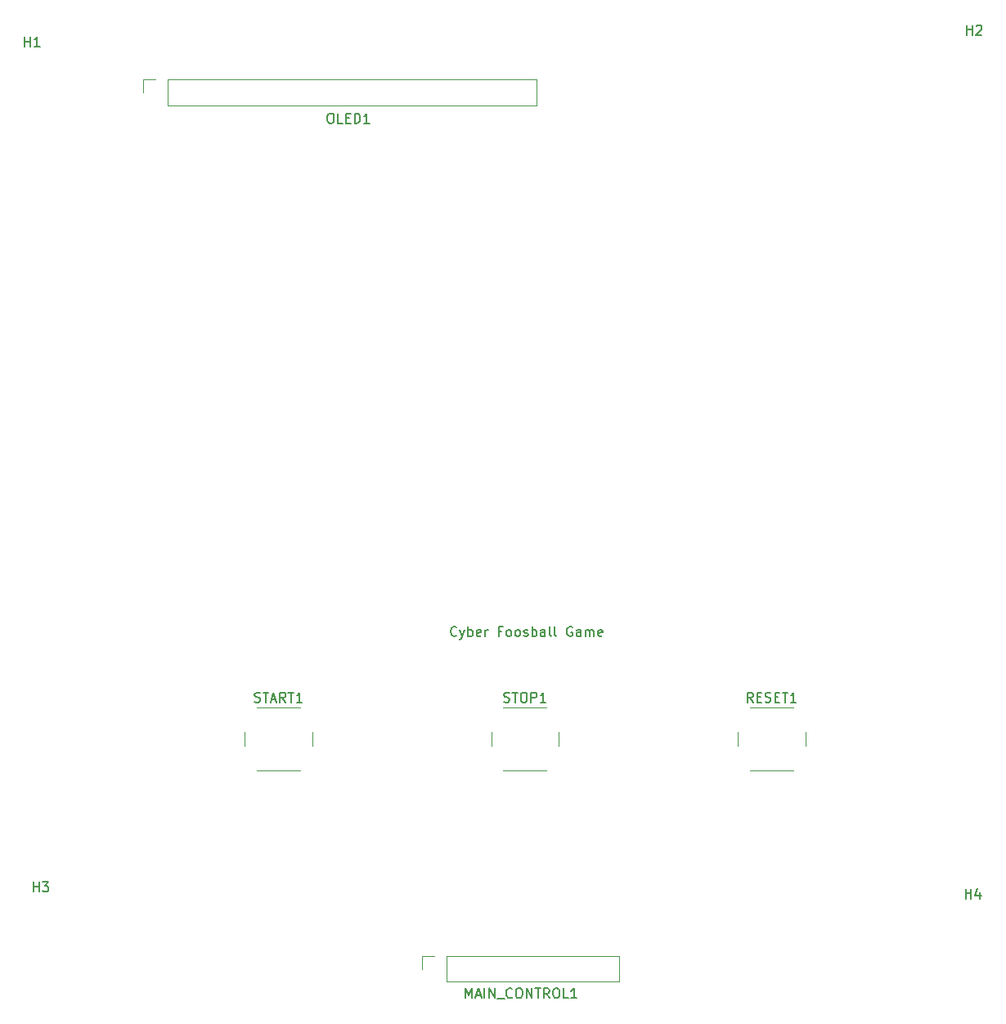
<source format=gbr>
%TF.GenerationSoftware,KiCad,Pcbnew,7.0.10*%
%TF.CreationDate,2024-03-06T15:30:26-05:00*%
%TF.ProjectId,User_Interface,55736572-5f49-46e7-9465-72666163652e,rev?*%
%TF.SameCoordinates,Original*%
%TF.FileFunction,Legend,Top*%
%TF.FilePolarity,Positive*%
%FSLAX46Y46*%
G04 Gerber Fmt 4.6, Leading zero omitted, Abs format (unit mm)*
G04 Created by KiCad (PCBNEW 7.0.10) date 2024-03-06 15:30:26*
%MOMM*%
%LPD*%
G01*
G04 APERTURE LIST*
%ADD10C,0.150000*%
%ADD11C,0.120000*%
G04 APERTURE END LIST*
D10*
X138958207Y-109806382D02*
X138910588Y-109854002D01*
X138910588Y-109854002D02*
X138767731Y-109901621D01*
X138767731Y-109901621D02*
X138672493Y-109901621D01*
X138672493Y-109901621D02*
X138529636Y-109854002D01*
X138529636Y-109854002D02*
X138434398Y-109758763D01*
X138434398Y-109758763D02*
X138386779Y-109663525D01*
X138386779Y-109663525D02*
X138339160Y-109473049D01*
X138339160Y-109473049D02*
X138339160Y-109330192D01*
X138339160Y-109330192D02*
X138386779Y-109139716D01*
X138386779Y-109139716D02*
X138434398Y-109044478D01*
X138434398Y-109044478D02*
X138529636Y-108949240D01*
X138529636Y-108949240D02*
X138672493Y-108901621D01*
X138672493Y-108901621D02*
X138767731Y-108901621D01*
X138767731Y-108901621D02*
X138910588Y-108949240D01*
X138910588Y-108949240D02*
X138958207Y-108996859D01*
X139291541Y-109234954D02*
X139529636Y-109901621D01*
X139767731Y-109234954D02*
X139529636Y-109901621D01*
X139529636Y-109901621D02*
X139434398Y-110139716D01*
X139434398Y-110139716D02*
X139386779Y-110187335D01*
X139386779Y-110187335D02*
X139291541Y-110234954D01*
X140148684Y-109901621D02*
X140148684Y-108901621D01*
X140148684Y-109282573D02*
X140243922Y-109234954D01*
X140243922Y-109234954D02*
X140434398Y-109234954D01*
X140434398Y-109234954D02*
X140529636Y-109282573D01*
X140529636Y-109282573D02*
X140577255Y-109330192D01*
X140577255Y-109330192D02*
X140624874Y-109425430D01*
X140624874Y-109425430D02*
X140624874Y-109711144D01*
X140624874Y-109711144D02*
X140577255Y-109806382D01*
X140577255Y-109806382D02*
X140529636Y-109854002D01*
X140529636Y-109854002D02*
X140434398Y-109901621D01*
X140434398Y-109901621D02*
X140243922Y-109901621D01*
X140243922Y-109901621D02*
X140148684Y-109854002D01*
X141434398Y-109854002D02*
X141339160Y-109901621D01*
X141339160Y-109901621D02*
X141148684Y-109901621D01*
X141148684Y-109901621D02*
X141053446Y-109854002D01*
X141053446Y-109854002D02*
X141005827Y-109758763D01*
X141005827Y-109758763D02*
X141005827Y-109377811D01*
X141005827Y-109377811D02*
X141053446Y-109282573D01*
X141053446Y-109282573D02*
X141148684Y-109234954D01*
X141148684Y-109234954D02*
X141339160Y-109234954D01*
X141339160Y-109234954D02*
X141434398Y-109282573D01*
X141434398Y-109282573D02*
X141482017Y-109377811D01*
X141482017Y-109377811D02*
X141482017Y-109473049D01*
X141482017Y-109473049D02*
X141005827Y-109568287D01*
X141910589Y-109901621D02*
X141910589Y-109234954D01*
X141910589Y-109425430D02*
X141958208Y-109330192D01*
X141958208Y-109330192D02*
X142005827Y-109282573D01*
X142005827Y-109282573D02*
X142101065Y-109234954D01*
X142101065Y-109234954D02*
X142196303Y-109234954D01*
X143624875Y-109377811D02*
X143291542Y-109377811D01*
X143291542Y-109901621D02*
X143291542Y-108901621D01*
X143291542Y-108901621D02*
X143767732Y-108901621D01*
X144291542Y-109901621D02*
X144196304Y-109854002D01*
X144196304Y-109854002D02*
X144148685Y-109806382D01*
X144148685Y-109806382D02*
X144101066Y-109711144D01*
X144101066Y-109711144D02*
X144101066Y-109425430D01*
X144101066Y-109425430D02*
X144148685Y-109330192D01*
X144148685Y-109330192D02*
X144196304Y-109282573D01*
X144196304Y-109282573D02*
X144291542Y-109234954D01*
X144291542Y-109234954D02*
X144434399Y-109234954D01*
X144434399Y-109234954D02*
X144529637Y-109282573D01*
X144529637Y-109282573D02*
X144577256Y-109330192D01*
X144577256Y-109330192D02*
X144624875Y-109425430D01*
X144624875Y-109425430D02*
X144624875Y-109711144D01*
X144624875Y-109711144D02*
X144577256Y-109806382D01*
X144577256Y-109806382D02*
X144529637Y-109854002D01*
X144529637Y-109854002D02*
X144434399Y-109901621D01*
X144434399Y-109901621D02*
X144291542Y-109901621D01*
X145196304Y-109901621D02*
X145101066Y-109854002D01*
X145101066Y-109854002D02*
X145053447Y-109806382D01*
X145053447Y-109806382D02*
X145005828Y-109711144D01*
X145005828Y-109711144D02*
X145005828Y-109425430D01*
X145005828Y-109425430D02*
X145053447Y-109330192D01*
X145053447Y-109330192D02*
X145101066Y-109282573D01*
X145101066Y-109282573D02*
X145196304Y-109234954D01*
X145196304Y-109234954D02*
X145339161Y-109234954D01*
X145339161Y-109234954D02*
X145434399Y-109282573D01*
X145434399Y-109282573D02*
X145482018Y-109330192D01*
X145482018Y-109330192D02*
X145529637Y-109425430D01*
X145529637Y-109425430D02*
X145529637Y-109711144D01*
X145529637Y-109711144D02*
X145482018Y-109806382D01*
X145482018Y-109806382D02*
X145434399Y-109854002D01*
X145434399Y-109854002D02*
X145339161Y-109901621D01*
X145339161Y-109901621D02*
X145196304Y-109901621D01*
X145910590Y-109854002D02*
X146005828Y-109901621D01*
X146005828Y-109901621D02*
X146196304Y-109901621D01*
X146196304Y-109901621D02*
X146291542Y-109854002D01*
X146291542Y-109854002D02*
X146339161Y-109758763D01*
X146339161Y-109758763D02*
X146339161Y-109711144D01*
X146339161Y-109711144D02*
X146291542Y-109615906D01*
X146291542Y-109615906D02*
X146196304Y-109568287D01*
X146196304Y-109568287D02*
X146053447Y-109568287D01*
X146053447Y-109568287D02*
X145958209Y-109520668D01*
X145958209Y-109520668D02*
X145910590Y-109425430D01*
X145910590Y-109425430D02*
X145910590Y-109377811D01*
X145910590Y-109377811D02*
X145958209Y-109282573D01*
X145958209Y-109282573D02*
X146053447Y-109234954D01*
X146053447Y-109234954D02*
X146196304Y-109234954D01*
X146196304Y-109234954D02*
X146291542Y-109282573D01*
X146767733Y-109901621D02*
X146767733Y-108901621D01*
X146767733Y-109282573D02*
X146862971Y-109234954D01*
X146862971Y-109234954D02*
X147053447Y-109234954D01*
X147053447Y-109234954D02*
X147148685Y-109282573D01*
X147148685Y-109282573D02*
X147196304Y-109330192D01*
X147196304Y-109330192D02*
X147243923Y-109425430D01*
X147243923Y-109425430D02*
X147243923Y-109711144D01*
X147243923Y-109711144D02*
X147196304Y-109806382D01*
X147196304Y-109806382D02*
X147148685Y-109854002D01*
X147148685Y-109854002D02*
X147053447Y-109901621D01*
X147053447Y-109901621D02*
X146862971Y-109901621D01*
X146862971Y-109901621D02*
X146767733Y-109854002D01*
X148101066Y-109901621D02*
X148101066Y-109377811D01*
X148101066Y-109377811D02*
X148053447Y-109282573D01*
X148053447Y-109282573D02*
X147958209Y-109234954D01*
X147958209Y-109234954D02*
X147767733Y-109234954D01*
X147767733Y-109234954D02*
X147672495Y-109282573D01*
X148101066Y-109854002D02*
X148005828Y-109901621D01*
X148005828Y-109901621D02*
X147767733Y-109901621D01*
X147767733Y-109901621D02*
X147672495Y-109854002D01*
X147672495Y-109854002D02*
X147624876Y-109758763D01*
X147624876Y-109758763D02*
X147624876Y-109663525D01*
X147624876Y-109663525D02*
X147672495Y-109568287D01*
X147672495Y-109568287D02*
X147767733Y-109520668D01*
X147767733Y-109520668D02*
X148005828Y-109520668D01*
X148005828Y-109520668D02*
X148101066Y-109473049D01*
X148720114Y-109901621D02*
X148624876Y-109854002D01*
X148624876Y-109854002D02*
X148577257Y-109758763D01*
X148577257Y-109758763D02*
X148577257Y-108901621D01*
X149243924Y-109901621D02*
X149148686Y-109854002D01*
X149148686Y-109854002D02*
X149101067Y-109758763D01*
X149101067Y-109758763D02*
X149101067Y-108901621D01*
X150910591Y-108949240D02*
X150815353Y-108901621D01*
X150815353Y-108901621D02*
X150672496Y-108901621D01*
X150672496Y-108901621D02*
X150529639Y-108949240D01*
X150529639Y-108949240D02*
X150434401Y-109044478D01*
X150434401Y-109044478D02*
X150386782Y-109139716D01*
X150386782Y-109139716D02*
X150339163Y-109330192D01*
X150339163Y-109330192D02*
X150339163Y-109473049D01*
X150339163Y-109473049D02*
X150386782Y-109663525D01*
X150386782Y-109663525D02*
X150434401Y-109758763D01*
X150434401Y-109758763D02*
X150529639Y-109854002D01*
X150529639Y-109854002D02*
X150672496Y-109901621D01*
X150672496Y-109901621D02*
X150767734Y-109901621D01*
X150767734Y-109901621D02*
X150910591Y-109854002D01*
X150910591Y-109854002D02*
X150958210Y-109806382D01*
X150958210Y-109806382D02*
X150958210Y-109473049D01*
X150958210Y-109473049D02*
X150767734Y-109473049D01*
X151815353Y-109901621D02*
X151815353Y-109377811D01*
X151815353Y-109377811D02*
X151767734Y-109282573D01*
X151767734Y-109282573D02*
X151672496Y-109234954D01*
X151672496Y-109234954D02*
X151482020Y-109234954D01*
X151482020Y-109234954D02*
X151386782Y-109282573D01*
X151815353Y-109854002D02*
X151720115Y-109901621D01*
X151720115Y-109901621D02*
X151482020Y-109901621D01*
X151482020Y-109901621D02*
X151386782Y-109854002D01*
X151386782Y-109854002D02*
X151339163Y-109758763D01*
X151339163Y-109758763D02*
X151339163Y-109663525D01*
X151339163Y-109663525D02*
X151386782Y-109568287D01*
X151386782Y-109568287D02*
X151482020Y-109520668D01*
X151482020Y-109520668D02*
X151720115Y-109520668D01*
X151720115Y-109520668D02*
X151815353Y-109473049D01*
X152291544Y-109901621D02*
X152291544Y-109234954D01*
X152291544Y-109330192D02*
X152339163Y-109282573D01*
X152339163Y-109282573D02*
X152434401Y-109234954D01*
X152434401Y-109234954D02*
X152577258Y-109234954D01*
X152577258Y-109234954D02*
X152672496Y-109282573D01*
X152672496Y-109282573D02*
X152720115Y-109377811D01*
X152720115Y-109377811D02*
X152720115Y-109901621D01*
X152720115Y-109377811D02*
X152767734Y-109282573D01*
X152767734Y-109282573D02*
X152862972Y-109234954D01*
X152862972Y-109234954D02*
X153005829Y-109234954D01*
X153005829Y-109234954D02*
X153101068Y-109282573D01*
X153101068Y-109282573D02*
X153148687Y-109377811D01*
X153148687Y-109377811D02*
X153148687Y-109901621D01*
X154005829Y-109854002D02*
X153910591Y-109901621D01*
X153910591Y-109901621D02*
X153720115Y-109901621D01*
X153720115Y-109901621D02*
X153624877Y-109854002D01*
X153624877Y-109854002D02*
X153577258Y-109758763D01*
X153577258Y-109758763D02*
X153577258Y-109377811D01*
X153577258Y-109377811D02*
X153624877Y-109282573D01*
X153624877Y-109282573D02*
X153720115Y-109234954D01*
X153720115Y-109234954D02*
X153910591Y-109234954D01*
X153910591Y-109234954D02*
X154005829Y-109282573D01*
X154005829Y-109282573D02*
X154053448Y-109377811D01*
X154053448Y-109377811D02*
X154053448Y-109473049D01*
X154053448Y-109473049D02*
X153577258Y-109568287D01*
X191638095Y-137054819D02*
X191638095Y-136054819D01*
X191638095Y-136531009D02*
X192209523Y-136531009D01*
X192209523Y-137054819D02*
X192209523Y-136054819D01*
X193114285Y-136388152D02*
X193114285Y-137054819D01*
X192876190Y-136007200D02*
X192638095Y-136721485D01*
X192638095Y-136721485D02*
X193257142Y-136721485D01*
X143858333Y-116689002D02*
X144001190Y-116736621D01*
X144001190Y-116736621D02*
X144239285Y-116736621D01*
X144239285Y-116736621D02*
X144334523Y-116689002D01*
X144334523Y-116689002D02*
X144382142Y-116641382D01*
X144382142Y-116641382D02*
X144429761Y-116546144D01*
X144429761Y-116546144D02*
X144429761Y-116450906D01*
X144429761Y-116450906D02*
X144382142Y-116355668D01*
X144382142Y-116355668D02*
X144334523Y-116308049D01*
X144334523Y-116308049D02*
X144239285Y-116260430D01*
X144239285Y-116260430D02*
X144048809Y-116212811D01*
X144048809Y-116212811D02*
X143953571Y-116165192D01*
X143953571Y-116165192D02*
X143905952Y-116117573D01*
X143905952Y-116117573D02*
X143858333Y-116022335D01*
X143858333Y-116022335D02*
X143858333Y-115927097D01*
X143858333Y-115927097D02*
X143905952Y-115831859D01*
X143905952Y-115831859D02*
X143953571Y-115784240D01*
X143953571Y-115784240D02*
X144048809Y-115736621D01*
X144048809Y-115736621D02*
X144286904Y-115736621D01*
X144286904Y-115736621D02*
X144429761Y-115784240D01*
X144715476Y-115736621D02*
X145286904Y-115736621D01*
X145001190Y-116736621D02*
X145001190Y-115736621D01*
X145810714Y-115736621D02*
X146001190Y-115736621D01*
X146001190Y-115736621D02*
X146096428Y-115784240D01*
X146096428Y-115784240D02*
X146191666Y-115879478D01*
X146191666Y-115879478D02*
X146239285Y-116069954D01*
X146239285Y-116069954D02*
X146239285Y-116403287D01*
X146239285Y-116403287D02*
X146191666Y-116593763D01*
X146191666Y-116593763D02*
X146096428Y-116689002D01*
X146096428Y-116689002D02*
X146001190Y-116736621D01*
X146001190Y-116736621D02*
X145810714Y-116736621D01*
X145810714Y-116736621D02*
X145715476Y-116689002D01*
X145715476Y-116689002D02*
X145620238Y-116593763D01*
X145620238Y-116593763D02*
X145572619Y-116403287D01*
X145572619Y-116403287D02*
X145572619Y-116069954D01*
X145572619Y-116069954D02*
X145620238Y-115879478D01*
X145620238Y-115879478D02*
X145715476Y-115784240D01*
X145715476Y-115784240D02*
X145810714Y-115736621D01*
X146667857Y-116736621D02*
X146667857Y-115736621D01*
X146667857Y-115736621D02*
X147048809Y-115736621D01*
X147048809Y-115736621D02*
X147144047Y-115784240D01*
X147144047Y-115784240D02*
X147191666Y-115831859D01*
X147191666Y-115831859D02*
X147239285Y-115927097D01*
X147239285Y-115927097D02*
X147239285Y-116069954D01*
X147239285Y-116069954D02*
X147191666Y-116165192D01*
X147191666Y-116165192D02*
X147144047Y-116212811D01*
X147144047Y-116212811D02*
X147048809Y-116260430D01*
X147048809Y-116260430D02*
X146667857Y-116260430D01*
X148191666Y-116736621D02*
X147620238Y-116736621D01*
X147905952Y-116736621D02*
X147905952Y-115736621D01*
X147905952Y-115736621D02*
X147810714Y-115879478D01*
X147810714Y-115879478D02*
X147715476Y-115974716D01*
X147715476Y-115974716D02*
X147620238Y-116022335D01*
X95138095Y-136354819D02*
X95138095Y-135354819D01*
X95138095Y-135831009D02*
X95709523Y-135831009D01*
X95709523Y-136354819D02*
X95709523Y-135354819D01*
X96090476Y-135354819D02*
X96709523Y-135354819D01*
X96709523Y-135354819D02*
X96376190Y-135735771D01*
X96376190Y-135735771D02*
X96519047Y-135735771D01*
X96519047Y-135735771D02*
X96614285Y-135783390D01*
X96614285Y-135783390D02*
X96661904Y-135831009D01*
X96661904Y-135831009D02*
X96709523Y-135926247D01*
X96709523Y-135926247D02*
X96709523Y-136164342D01*
X96709523Y-136164342D02*
X96661904Y-136259580D01*
X96661904Y-136259580D02*
X96614285Y-136307200D01*
X96614285Y-136307200D02*
X96519047Y-136354819D01*
X96519047Y-136354819D02*
X96233333Y-136354819D01*
X96233333Y-136354819D02*
X96138095Y-136307200D01*
X96138095Y-136307200D02*
X96090476Y-136259580D01*
X125821428Y-55794819D02*
X126011904Y-55794819D01*
X126011904Y-55794819D02*
X126107142Y-55842438D01*
X126107142Y-55842438D02*
X126202380Y-55937676D01*
X126202380Y-55937676D02*
X126249999Y-56128152D01*
X126249999Y-56128152D02*
X126249999Y-56461485D01*
X126249999Y-56461485D02*
X126202380Y-56651961D01*
X126202380Y-56651961D02*
X126107142Y-56747200D01*
X126107142Y-56747200D02*
X126011904Y-56794819D01*
X126011904Y-56794819D02*
X125821428Y-56794819D01*
X125821428Y-56794819D02*
X125726190Y-56747200D01*
X125726190Y-56747200D02*
X125630952Y-56651961D01*
X125630952Y-56651961D02*
X125583333Y-56461485D01*
X125583333Y-56461485D02*
X125583333Y-56128152D01*
X125583333Y-56128152D02*
X125630952Y-55937676D01*
X125630952Y-55937676D02*
X125726190Y-55842438D01*
X125726190Y-55842438D02*
X125821428Y-55794819D01*
X127154761Y-56794819D02*
X126678571Y-56794819D01*
X126678571Y-56794819D02*
X126678571Y-55794819D01*
X127488095Y-56271009D02*
X127821428Y-56271009D01*
X127964285Y-56794819D02*
X127488095Y-56794819D01*
X127488095Y-56794819D02*
X127488095Y-55794819D01*
X127488095Y-55794819D02*
X127964285Y-55794819D01*
X128392857Y-56794819D02*
X128392857Y-55794819D01*
X128392857Y-55794819D02*
X128630952Y-55794819D01*
X128630952Y-55794819D02*
X128773809Y-55842438D01*
X128773809Y-55842438D02*
X128869047Y-55937676D01*
X128869047Y-55937676D02*
X128916666Y-56032914D01*
X128916666Y-56032914D02*
X128964285Y-56223390D01*
X128964285Y-56223390D02*
X128964285Y-56366247D01*
X128964285Y-56366247D02*
X128916666Y-56556723D01*
X128916666Y-56556723D02*
X128869047Y-56651961D01*
X128869047Y-56651961D02*
X128773809Y-56747200D01*
X128773809Y-56747200D02*
X128630952Y-56794819D01*
X128630952Y-56794819D02*
X128392857Y-56794819D01*
X129916666Y-56794819D02*
X129345238Y-56794819D01*
X129630952Y-56794819D02*
X129630952Y-55794819D01*
X129630952Y-55794819D02*
X129535714Y-55937676D01*
X129535714Y-55937676D02*
X129440476Y-56032914D01*
X129440476Y-56032914D02*
X129345238Y-56080533D01*
X139841905Y-147354819D02*
X139841905Y-146354819D01*
X139841905Y-146354819D02*
X140175238Y-147069104D01*
X140175238Y-147069104D02*
X140508571Y-146354819D01*
X140508571Y-146354819D02*
X140508571Y-147354819D01*
X140937143Y-147069104D02*
X141413333Y-147069104D01*
X140841905Y-147354819D02*
X141175238Y-146354819D01*
X141175238Y-146354819D02*
X141508571Y-147354819D01*
X141841905Y-147354819D02*
X141841905Y-146354819D01*
X142318095Y-147354819D02*
X142318095Y-146354819D01*
X142318095Y-146354819D02*
X142889523Y-147354819D01*
X142889523Y-147354819D02*
X142889523Y-146354819D01*
X143127619Y-147450057D02*
X143889523Y-147450057D01*
X144699047Y-147259580D02*
X144651428Y-147307200D01*
X144651428Y-147307200D02*
X144508571Y-147354819D01*
X144508571Y-147354819D02*
X144413333Y-147354819D01*
X144413333Y-147354819D02*
X144270476Y-147307200D01*
X144270476Y-147307200D02*
X144175238Y-147211961D01*
X144175238Y-147211961D02*
X144127619Y-147116723D01*
X144127619Y-147116723D02*
X144080000Y-146926247D01*
X144080000Y-146926247D02*
X144080000Y-146783390D01*
X144080000Y-146783390D02*
X144127619Y-146592914D01*
X144127619Y-146592914D02*
X144175238Y-146497676D01*
X144175238Y-146497676D02*
X144270476Y-146402438D01*
X144270476Y-146402438D02*
X144413333Y-146354819D01*
X144413333Y-146354819D02*
X144508571Y-146354819D01*
X144508571Y-146354819D02*
X144651428Y-146402438D01*
X144651428Y-146402438D02*
X144699047Y-146450057D01*
X145318095Y-146354819D02*
X145508571Y-146354819D01*
X145508571Y-146354819D02*
X145603809Y-146402438D01*
X145603809Y-146402438D02*
X145699047Y-146497676D01*
X145699047Y-146497676D02*
X145746666Y-146688152D01*
X145746666Y-146688152D02*
X145746666Y-147021485D01*
X145746666Y-147021485D02*
X145699047Y-147211961D01*
X145699047Y-147211961D02*
X145603809Y-147307200D01*
X145603809Y-147307200D02*
X145508571Y-147354819D01*
X145508571Y-147354819D02*
X145318095Y-147354819D01*
X145318095Y-147354819D02*
X145222857Y-147307200D01*
X145222857Y-147307200D02*
X145127619Y-147211961D01*
X145127619Y-147211961D02*
X145080000Y-147021485D01*
X145080000Y-147021485D02*
X145080000Y-146688152D01*
X145080000Y-146688152D02*
X145127619Y-146497676D01*
X145127619Y-146497676D02*
X145222857Y-146402438D01*
X145222857Y-146402438D02*
X145318095Y-146354819D01*
X146175238Y-147354819D02*
X146175238Y-146354819D01*
X146175238Y-146354819D02*
X146746666Y-147354819D01*
X146746666Y-147354819D02*
X146746666Y-146354819D01*
X147080000Y-146354819D02*
X147651428Y-146354819D01*
X147365714Y-147354819D02*
X147365714Y-146354819D01*
X148556190Y-147354819D02*
X148222857Y-146878628D01*
X147984762Y-147354819D02*
X147984762Y-146354819D01*
X147984762Y-146354819D02*
X148365714Y-146354819D01*
X148365714Y-146354819D02*
X148460952Y-146402438D01*
X148460952Y-146402438D02*
X148508571Y-146450057D01*
X148508571Y-146450057D02*
X148556190Y-146545295D01*
X148556190Y-146545295D02*
X148556190Y-146688152D01*
X148556190Y-146688152D02*
X148508571Y-146783390D01*
X148508571Y-146783390D02*
X148460952Y-146831009D01*
X148460952Y-146831009D02*
X148365714Y-146878628D01*
X148365714Y-146878628D02*
X147984762Y-146878628D01*
X149175238Y-146354819D02*
X149365714Y-146354819D01*
X149365714Y-146354819D02*
X149460952Y-146402438D01*
X149460952Y-146402438D02*
X149556190Y-146497676D01*
X149556190Y-146497676D02*
X149603809Y-146688152D01*
X149603809Y-146688152D02*
X149603809Y-147021485D01*
X149603809Y-147021485D02*
X149556190Y-147211961D01*
X149556190Y-147211961D02*
X149460952Y-147307200D01*
X149460952Y-147307200D02*
X149365714Y-147354819D01*
X149365714Y-147354819D02*
X149175238Y-147354819D01*
X149175238Y-147354819D02*
X149080000Y-147307200D01*
X149080000Y-147307200D02*
X148984762Y-147211961D01*
X148984762Y-147211961D02*
X148937143Y-147021485D01*
X148937143Y-147021485D02*
X148937143Y-146688152D01*
X148937143Y-146688152D02*
X148984762Y-146497676D01*
X148984762Y-146497676D02*
X149080000Y-146402438D01*
X149080000Y-146402438D02*
X149175238Y-146354819D01*
X150508571Y-147354819D02*
X150032381Y-147354819D01*
X150032381Y-147354819D02*
X150032381Y-146354819D01*
X151365714Y-147354819D02*
X150794286Y-147354819D01*
X151080000Y-147354819D02*
X151080000Y-146354819D01*
X151080000Y-146354819D02*
X150984762Y-146497676D01*
X150984762Y-146497676D02*
X150889524Y-146592914D01*
X150889524Y-146592914D02*
X150794286Y-146640533D01*
X191738095Y-47654819D02*
X191738095Y-46654819D01*
X191738095Y-47131009D02*
X192309523Y-47131009D01*
X192309523Y-47654819D02*
X192309523Y-46654819D01*
X192738095Y-46750057D02*
X192785714Y-46702438D01*
X192785714Y-46702438D02*
X192880952Y-46654819D01*
X192880952Y-46654819D02*
X193119047Y-46654819D01*
X193119047Y-46654819D02*
X193214285Y-46702438D01*
X193214285Y-46702438D02*
X193261904Y-46750057D01*
X193261904Y-46750057D02*
X193309523Y-46845295D01*
X193309523Y-46845295D02*
X193309523Y-46940533D01*
X193309523Y-46940533D02*
X193261904Y-47083390D01*
X193261904Y-47083390D02*
X192690476Y-47654819D01*
X192690476Y-47654819D02*
X193309523Y-47654819D01*
X169621428Y-116736621D02*
X169288095Y-116260430D01*
X169050000Y-116736621D02*
X169050000Y-115736621D01*
X169050000Y-115736621D02*
X169430952Y-115736621D01*
X169430952Y-115736621D02*
X169526190Y-115784240D01*
X169526190Y-115784240D02*
X169573809Y-115831859D01*
X169573809Y-115831859D02*
X169621428Y-115927097D01*
X169621428Y-115927097D02*
X169621428Y-116069954D01*
X169621428Y-116069954D02*
X169573809Y-116165192D01*
X169573809Y-116165192D02*
X169526190Y-116212811D01*
X169526190Y-116212811D02*
X169430952Y-116260430D01*
X169430952Y-116260430D02*
X169050000Y-116260430D01*
X170050000Y-116212811D02*
X170383333Y-116212811D01*
X170526190Y-116736621D02*
X170050000Y-116736621D01*
X170050000Y-116736621D02*
X170050000Y-115736621D01*
X170050000Y-115736621D02*
X170526190Y-115736621D01*
X170907143Y-116689002D02*
X171050000Y-116736621D01*
X171050000Y-116736621D02*
X171288095Y-116736621D01*
X171288095Y-116736621D02*
X171383333Y-116689002D01*
X171383333Y-116689002D02*
X171430952Y-116641382D01*
X171430952Y-116641382D02*
X171478571Y-116546144D01*
X171478571Y-116546144D02*
X171478571Y-116450906D01*
X171478571Y-116450906D02*
X171430952Y-116355668D01*
X171430952Y-116355668D02*
X171383333Y-116308049D01*
X171383333Y-116308049D02*
X171288095Y-116260430D01*
X171288095Y-116260430D02*
X171097619Y-116212811D01*
X171097619Y-116212811D02*
X171002381Y-116165192D01*
X171002381Y-116165192D02*
X170954762Y-116117573D01*
X170954762Y-116117573D02*
X170907143Y-116022335D01*
X170907143Y-116022335D02*
X170907143Y-115927097D01*
X170907143Y-115927097D02*
X170954762Y-115831859D01*
X170954762Y-115831859D02*
X171002381Y-115784240D01*
X171002381Y-115784240D02*
X171097619Y-115736621D01*
X171097619Y-115736621D02*
X171335714Y-115736621D01*
X171335714Y-115736621D02*
X171478571Y-115784240D01*
X171907143Y-116212811D02*
X172240476Y-116212811D01*
X172383333Y-116736621D02*
X171907143Y-116736621D01*
X171907143Y-116736621D02*
X171907143Y-115736621D01*
X171907143Y-115736621D02*
X172383333Y-115736621D01*
X172669048Y-115736621D02*
X173240476Y-115736621D01*
X172954762Y-116736621D02*
X172954762Y-115736621D01*
X174097619Y-116736621D02*
X173526191Y-116736621D01*
X173811905Y-116736621D02*
X173811905Y-115736621D01*
X173811905Y-115736621D02*
X173716667Y-115879478D01*
X173716667Y-115879478D02*
X173621429Y-115974716D01*
X173621429Y-115974716D02*
X173526191Y-116022335D01*
X118047619Y-116689002D02*
X118190476Y-116736621D01*
X118190476Y-116736621D02*
X118428571Y-116736621D01*
X118428571Y-116736621D02*
X118523809Y-116689002D01*
X118523809Y-116689002D02*
X118571428Y-116641382D01*
X118571428Y-116641382D02*
X118619047Y-116546144D01*
X118619047Y-116546144D02*
X118619047Y-116450906D01*
X118619047Y-116450906D02*
X118571428Y-116355668D01*
X118571428Y-116355668D02*
X118523809Y-116308049D01*
X118523809Y-116308049D02*
X118428571Y-116260430D01*
X118428571Y-116260430D02*
X118238095Y-116212811D01*
X118238095Y-116212811D02*
X118142857Y-116165192D01*
X118142857Y-116165192D02*
X118095238Y-116117573D01*
X118095238Y-116117573D02*
X118047619Y-116022335D01*
X118047619Y-116022335D02*
X118047619Y-115927097D01*
X118047619Y-115927097D02*
X118095238Y-115831859D01*
X118095238Y-115831859D02*
X118142857Y-115784240D01*
X118142857Y-115784240D02*
X118238095Y-115736621D01*
X118238095Y-115736621D02*
X118476190Y-115736621D01*
X118476190Y-115736621D02*
X118619047Y-115784240D01*
X118904762Y-115736621D02*
X119476190Y-115736621D01*
X119190476Y-116736621D02*
X119190476Y-115736621D01*
X119761905Y-116450906D02*
X120238095Y-116450906D01*
X119666667Y-116736621D02*
X120000000Y-115736621D01*
X120000000Y-115736621D02*
X120333333Y-116736621D01*
X121238095Y-116736621D02*
X120904762Y-116260430D01*
X120666667Y-116736621D02*
X120666667Y-115736621D01*
X120666667Y-115736621D02*
X121047619Y-115736621D01*
X121047619Y-115736621D02*
X121142857Y-115784240D01*
X121142857Y-115784240D02*
X121190476Y-115831859D01*
X121190476Y-115831859D02*
X121238095Y-115927097D01*
X121238095Y-115927097D02*
X121238095Y-116069954D01*
X121238095Y-116069954D02*
X121190476Y-116165192D01*
X121190476Y-116165192D02*
X121142857Y-116212811D01*
X121142857Y-116212811D02*
X121047619Y-116260430D01*
X121047619Y-116260430D02*
X120666667Y-116260430D01*
X121523810Y-115736621D02*
X122095238Y-115736621D01*
X121809524Y-116736621D02*
X121809524Y-115736621D01*
X122952381Y-116736621D02*
X122380953Y-116736621D01*
X122666667Y-116736621D02*
X122666667Y-115736621D01*
X122666667Y-115736621D02*
X122571429Y-115879478D01*
X122571429Y-115879478D02*
X122476191Y-115974716D01*
X122476191Y-115974716D02*
X122380953Y-116022335D01*
X94238095Y-48854819D02*
X94238095Y-47854819D01*
X94238095Y-48331009D02*
X94809523Y-48331009D01*
X94809523Y-48854819D02*
X94809523Y-47854819D01*
X95809523Y-48854819D02*
X95238095Y-48854819D01*
X95523809Y-48854819D02*
X95523809Y-47854819D01*
X95523809Y-47854819D02*
X95428571Y-47997676D01*
X95428571Y-47997676D02*
X95333333Y-48092914D01*
X95333333Y-48092914D02*
X95238095Y-48140533D01*
D11*
%TO.C,STOP1*%
X142525000Y-119781802D02*
X142525000Y-121281802D01*
X143775000Y-123781802D02*
X148275000Y-123781802D01*
X148275000Y-117281802D02*
X143775000Y-117281802D01*
X149525000Y-121281802D02*
X149525000Y-119781802D01*
%TO.C,OLED1*%
X109070000Y-54930000D02*
X147230000Y-54930000D01*
X109070000Y-54930000D02*
X109070000Y-52270000D01*
X147230000Y-54930000D02*
X147230000Y-52270000D01*
X106470000Y-53600000D02*
X106470000Y-52270000D01*
X106470000Y-52270000D02*
X107800000Y-52270000D01*
X109070000Y-52270000D02*
X147230000Y-52270000D01*
%TO.C,MAIN_CONTROL1*%
X137945000Y-145665000D02*
X155785000Y-145665000D01*
X137945000Y-145665000D02*
X137945000Y-143005000D01*
X155785000Y-145665000D02*
X155785000Y-143005000D01*
X135345000Y-144335000D02*
X135345000Y-143005000D01*
X135345000Y-143005000D02*
X136675000Y-143005000D01*
X137945000Y-143005000D02*
X155785000Y-143005000D01*
%TO.C,RESET1*%
X168050000Y-119781802D02*
X168050000Y-121281802D01*
X169300000Y-123781802D02*
X173800000Y-123781802D01*
X173800000Y-117281802D02*
X169300000Y-117281802D01*
X175050000Y-121281802D02*
X175050000Y-119781802D01*
%TO.C,START1*%
X117000000Y-119781802D02*
X117000000Y-121281802D01*
X118250000Y-123781802D02*
X122750000Y-123781802D01*
X122750000Y-117281802D02*
X118250000Y-117281802D01*
X124000000Y-121281802D02*
X124000000Y-119781802D01*
%TD*%
M02*

</source>
